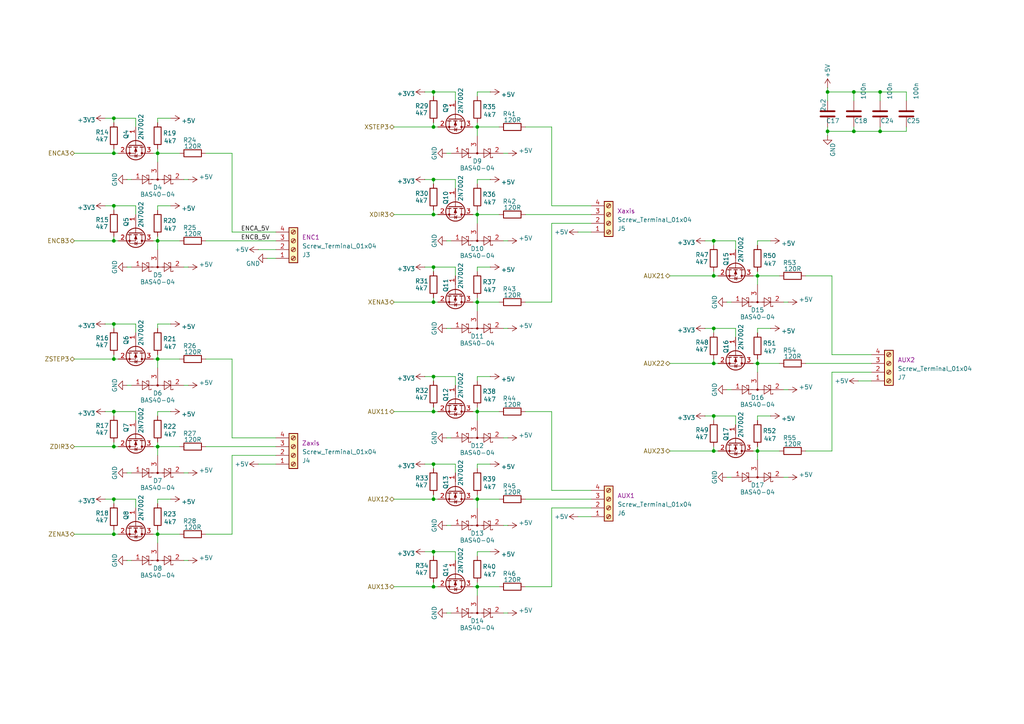
<source format=kicad_sch>
(kicad_sch (version 20231120) (generator "eeschema") (generator_version "8.0")
  (paper "A4")
  (junction (at 207.01 95.25))
  (junction (at 33.02 129.54))
  (junction (at 45.72 44.45))
  (junction (at 125.73 144.78))
  (junction (at 33.02 93.98))
  (junction (at 125.73 62.23))
  (junction (at 45.72 104.14))
  (junction (at 138.43 170.18))
  (junction (at 219.71 130.81))
  (junction (at 125.73 52.07))
  (junction (at 125.73 36.83))
  (junction (at 138.43 62.23))
  (junction (at 45.72 129.54))
  (junction (at 138.43 119.38))
  (junction (at 207.01 120.65))
  (junction (at 247.65 26.67))
  (junction (at 125.73 109.22))
  (junction (at 33.02 104.14))
  (junction (at 219.71 105.41))
  (junction (at 33.02 69.85))
  (junction (at 125.73 119.38))
  (junction (at 219.71 80.01))
  (junction (at 207.01 69.85))
  (junction (at 255.27 38.1))
  (junction (at 138.43 36.83))
  (junction (at 255.27 26.67))
  (junction (at 33.02 154.94))
  (junction (at 240.03 26.67))
  (junction (at 45.72 154.94))
  (junction (at 125.73 87.63))
  (junction (at 125.73 170.18))
  (junction (at 240.03 38.1))
  (junction (at 33.02 144.78))
  (junction (at 125.73 26.67))
  (junction (at 138.43 144.78))
  (junction (at 125.73 134.62))
  (junction (at 33.02 59.69))
  (junction (at 125.73 77.47))
  (junction (at 138.43 87.63))
  (junction (at 207.01 130.81))
  (junction (at 125.73 160.02))
  (junction (at 207.01 80.01))
  (junction (at 33.02 119.38))
  (junction (at 207.01 105.41))
  (junction (at 45.72 69.85))
  (junction (at 33.02 34.29))
  (junction (at 33.02 44.45))
  (junction (at 247.65 38.1))
  (wire (pts (xy 207.01 80.01) (xy 207.01 78.74)))
  (wire (pts (xy 33.02 34.29) (xy 30.48 34.29)))
  (wire (pts (xy 160.02 147.32) (xy 171.45 147.32)))
  (wire (pts (xy 127 36.83) (xy 125.73 36.83)))
  (wire (pts (xy 138.43 161.29) (xy 138.43 160.02)))
  (wire (pts (xy 130.81 69.85) (xy 129.54 69.85)))
  (wire (pts (xy 39.37 59.69) (xy 39.37 62.23)))
  (wire (pts (xy 127 87.63) (xy 125.73 87.63)))
  (wire (pts (xy 39.37 93.98) (xy 39.37 96.52)))
  (wire (pts (xy 138.43 110.49) (xy 138.43 109.22)))
  (wire (pts (xy 45.72 69.85) (xy 45.72 72.39)))
  (wire (pts (xy 49.53 93.98) (xy 45.72 93.98)))
  (wire (pts (xy 138.43 170.18) (xy 144.78 170.18)))
  (wire (pts (xy 21.59 104.14) (xy 33.02 104.14)))
  (wire (pts (xy 207.01 95.25) (xy 207.01 96.52)))
  (wire (pts (xy 33.02 119.38) (xy 30.48 119.38)))
  (wire (pts (xy 194.31 130.81) (xy 207.01 130.81)))
  (wire (pts (xy 130.81 95.25) (xy 129.54 95.25)))
  (wire (pts (xy 125.73 109.22) (xy 125.73 110.49)))
  (wire (pts (xy 39.37 144.78) (xy 33.02 144.78)))
  (wire (pts (xy 138.43 62.23) (xy 138.43 64.77)))
  (wire (pts (xy 247.65 36.83) (xy 247.65 38.1)))
  (wire (pts (xy 213.36 69.85) (xy 207.01 69.85)))
  (wire (pts (xy 45.72 104.14) (xy 44.45 104.14)))
  (wire (pts (xy 247.65 38.1) (xy 255.27 38.1)))
  (wire (pts (xy 132.08 77.47) (xy 132.08 80.01)))
  (wire (pts (xy 45.72 60.96) (xy 45.72 59.69)))
  (wire (pts (xy 138.43 119.38) (xy 138.43 121.92)))
  (wire (pts (xy 160.02 87.63) (xy 152.4 87.63)))
  (wire (pts (xy 39.37 93.98) (xy 33.02 93.98)))
  (wire (pts (xy 77.47 74.93) (xy 80.01 74.93)))
  (wire (pts (xy 114.3 144.78) (xy 125.73 144.78)))
  (wire (pts (xy 138.43 35.56) (xy 138.43 36.83)))
  (wire (pts (xy 125.73 26.67) (xy 125.73 27.94)))
  (wire (pts (xy 138.43 87.63) (xy 137.16 87.63)))
  (wire (pts (xy 240.03 38.1) (xy 247.65 38.1)))
  (wire (pts (xy 160.02 64.77) (xy 171.45 64.77)))
  (wire (pts (xy 132.08 26.67) (xy 132.08 29.21)))
  (wire (pts (xy 125.73 77.47) (xy 125.73 78.74)))
  (wire (pts (xy 223.52 69.85) (xy 219.71 69.85)))
  (wire (pts (xy 255.27 36.83) (xy 255.27 38.1)))
  (wire (pts (xy 125.73 119.38) (xy 125.73 118.11)))
  (wire (pts (xy 241.3 130.81) (xy 233.68 130.81)))
  (wire (pts (xy 45.72 69.85) (xy 52.07 69.85)))
  (wire (pts (xy 127 62.23) (xy 125.73 62.23)))
  (wire (pts (xy 233.68 105.41) (xy 252.73 105.41)))
  (wire (pts (xy 160.02 64.77) (xy 160.02 87.63)))
  (wire (pts (xy 223.52 120.65) (xy 219.71 120.65)))
  (wire (pts (xy 34.29 129.54) (xy 33.02 129.54)))
  (wire (pts (xy 142.24 134.62) (xy 138.43 134.62)))
  (wire (pts (xy 138.43 87.63) (xy 138.43 90.17)))
  (wire (pts (xy 54.61 52.07) (xy 53.34 52.07)))
  (wire (pts (xy 219.71 121.92) (xy 219.71 120.65)))
  (wire (pts (xy 45.72 44.45) (xy 52.07 44.45)))
  (wire (pts (xy 255.27 26.67) (xy 255.27 29.21)))
  (wire (pts (xy 262.89 26.67) (xy 262.89 29.21)))
  (wire (pts (xy 219.71 105.41) (xy 226.06 105.41)))
  (wire (pts (xy 138.43 53.34) (xy 138.43 52.07)))
  (wire (pts (xy 262.89 36.83) (xy 262.89 38.1)))
  (wire (pts (xy 213.36 95.25) (xy 213.36 97.79)))
  (wire (pts (xy 138.43 119.38) (xy 137.16 119.38)))
  (wire (pts (xy 74.93 134.62) (xy 80.01 134.62)))
  (wire (pts (xy 207.01 95.25) (xy 204.47 95.25)))
  (wire (pts (xy 219.71 105.41) (xy 218.44 105.41)))
  (wire (pts (xy 54.61 137.16) (xy 53.34 137.16)))
  (wire (pts (xy 34.29 104.14) (xy 33.02 104.14)))
  (wire (pts (xy 21.59 44.45) (xy 33.02 44.45)))
  (wire (pts (xy 219.71 104.14) (xy 219.71 105.41)))
  (wire (pts (xy 45.72 154.94) (xy 45.72 157.48)))
  (wire (pts (xy 74.93 72.39) (xy 80.01 72.39)))
  (wire (pts (xy 33.02 44.45) (xy 33.02 43.18)))
  (wire (pts (xy 228.6 138.43) (xy 227.33 138.43)))
  (wire (pts (xy 125.73 77.47) (xy 123.19 77.47)))
  (wire (pts (xy 38.1 137.16) (xy 36.83 137.16)))
  (wire (pts (xy 213.36 95.25) (xy 207.01 95.25)))
  (wire (pts (xy 167.64 149.86) (xy 171.45 149.86)))
  (wire (pts (xy 132.08 77.47) (xy 125.73 77.47)))
  (wire (pts (xy 255.27 38.1) (xy 262.89 38.1)))
  (wire (pts (xy 247.65 26.67) (xy 247.65 29.21)))
  (wire (pts (xy 127 170.18) (xy 125.73 170.18)))
  (wire (pts (xy 207.01 105.41) (xy 207.01 104.14)))
  (wire (pts (xy 138.43 86.36) (xy 138.43 87.63)))
  (wire (pts (xy 54.61 162.56) (xy 53.34 162.56)))
  (wire (pts (xy 207.01 120.65) (xy 207.01 121.92)))
  (wire (pts (xy 138.43 119.38) (xy 144.78 119.38)))
  (wire (pts (xy 255.27 26.67) (xy 262.89 26.67)))
  (wire (pts (xy 219.71 80.01) (xy 226.06 80.01)))
  (wire (pts (xy 208.28 130.81) (xy 207.01 130.81)))
  (wire (pts (xy 138.43 60.96) (xy 138.43 62.23)))
  (wire (pts (xy 38.1 162.56) (xy 36.83 162.56)))
  (wire (pts (xy 138.43 170.18) (xy 137.16 170.18)))
  (wire (pts (xy 45.72 129.54) (xy 52.07 129.54)))
  (wire (pts (xy 125.73 36.83) (xy 125.73 35.56)))
  (wire (pts (xy 160.02 59.69) (xy 171.45 59.69)))
  (wire (pts (xy 45.72 153.67) (xy 45.72 154.94)))
  (wire (pts (xy 125.73 170.18) (xy 125.73 168.91)))
  (wire (pts (xy 208.28 105.41) (xy 207.01 105.41)))
  (wire (pts (xy 160.02 170.18) (xy 152.4 170.18)))
  (wire (pts (xy 240.03 36.83) (xy 240.03 38.1)))
  (wire (pts (xy 67.31 104.14) (xy 67.31 127)))
  (wire (pts (xy 138.43 135.89) (xy 138.43 134.62)))
  (wire (pts (xy 219.71 80.01) (xy 218.44 80.01)))
  (wire (pts (xy 138.43 144.78) (xy 137.16 144.78)))
  (wire (pts (xy 45.72 102.87) (xy 45.72 104.14)))
  (wire (pts (xy 132.08 26.67) (xy 125.73 26.67)))
  (wire (pts (xy 49.53 144.78) (xy 45.72 144.78)))
  (wire (pts (xy 219.71 71.12) (xy 219.71 69.85)))
  (wire (pts (xy 219.71 105.41) (xy 219.71 107.95)))
  (wire (pts (xy 59.69 69.85) (xy 80.01 69.85)))
  (wire (pts (xy 241.3 102.87) (xy 252.73 102.87)))
  (wire (pts (xy 138.43 143.51) (xy 138.43 144.78)))
  (wire (pts (xy 45.72 35.56) (xy 45.72 34.29)))
  (wire (pts (xy 45.72 128.27) (xy 45.72 129.54)))
  (wire (pts (xy 241.3 80.01) (xy 241.3 102.87)))
  (wire (pts (xy 213.36 120.65) (xy 207.01 120.65)))
  (wire (pts (xy 21.59 69.85) (xy 33.02 69.85)))
  (wire (pts (xy 125.73 144.78) (xy 125.73 143.51)))
  (wire (pts (xy 147.32 44.45) (xy 146.05 44.45)))
  (wire (pts (xy 54.61 77.47) (xy 53.34 77.47)))
  (wire (pts (xy 152.4 119.38) (xy 160.02 119.38)))
  (wire (pts (xy 240.03 38.1) (xy 240.03 39.37)))
  (wire (pts (xy 39.37 144.78) (xy 39.37 147.32)))
  (wire (pts (xy 33.02 34.29) (xy 33.02 35.56)))
  (wire (pts (xy 138.43 118.11) (xy 138.43 119.38)))
  (wire (pts (xy 125.73 62.23) (xy 125.73 60.96)))
  (wire (pts (xy 132.08 160.02) (xy 125.73 160.02)))
  (wire (pts (xy 138.43 36.83) (xy 138.43 39.37)))
  (wire (pts (xy 233.68 80.01) (xy 241.3 80.01)))
  (wire (pts (xy 160.02 142.24) (xy 171.45 142.24)))
  (wire (pts (xy 147.32 177.8) (xy 146.05 177.8)))
  (wire (pts (xy 33.02 93.98) (xy 33.02 95.25)))
  (wire (pts (xy 212.09 138.43) (xy 210.82 138.43)))
  (wire (pts (xy 45.72 95.25) (xy 45.72 93.98)))
  (wire (pts (xy 33.02 69.85) (xy 33.02 68.58)))
  (wire (pts (xy 241.3 107.95) (xy 252.73 107.95)))
  (wire (pts (xy 207.01 69.85) (xy 207.01 71.12)))
  (wire (pts (xy 240.03 26.67) (xy 247.65 26.67)))
  (wire (pts (xy 132.08 52.07) (xy 125.73 52.07)))
  (wire (pts (xy 132.08 134.62) (xy 132.08 137.16)))
  (wire (pts (xy 45.72 69.85) (xy 44.45 69.85)))
  (wire (pts (xy 138.43 78.74) (xy 138.43 77.47)))
  (wire (pts (xy 38.1 52.07) (xy 36.83 52.07)))
  (wire (pts (xy 125.73 52.07) (xy 123.19 52.07)))
  (wire (pts (xy 228.6 87.63) (xy 227.33 87.63)))
  (wire (pts (xy 45.72 43.18) (xy 45.72 44.45)))
  (wire (pts (xy 160.02 147.32) (xy 160.02 170.18)))
  (wire (pts (xy 219.71 78.74) (xy 219.71 80.01)))
  (wire (pts (xy 147.32 69.85) (xy 146.05 69.85)))
  (wire (pts (xy 39.37 119.38) (xy 33.02 119.38)))
  (wire (pts (xy 39.37 34.29) (xy 39.37 36.83)))
  (wire (pts (xy 38.1 77.47) (xy 36.83 77.47)))
  (wire (pts (xy 45.72 129.54) (xy 44.45 129.54)))
  (wire (pts (xy 138.43 144.78) (xy 138.43 147.32)))
  (wire (pts (xy 152.4 62.23) (xy 171.45 62.23)))
  (wire (pts (xy 33.02 93.98) (xy 30.48 93.98)))
  (wire (pts (xy 45.72 44.45) (xy 44.45 44.45)))
  (wire (pts (xy 167.64 67.31) (xy 171.45 67.31)))
  (wire (pts (xy 147.32 152.4) (xy 146.05 152.4)))
  (wire (pts (xy 45.72 129.54) (xy 45.72 132.08)))
  (wire (pts (xy 194.31 80.01) (xy 207.01 80.01)))
  (wire (pts (xy 138.43 27.94) (xy 138.43 26.67)))
  (wire (pts (xy 54.61 111.76) (xy 53.34 111.76)))
  (wire (pts (xy 138.43 62.23) (xy 144.78 62.23)))
  (wire (pts (xy 130.81 177.8) (xy 129.54 177.8)))
  (wire (pts (xy 125.73 109.22) (xy 123.19 109.22)))
  (wire (pts (xy 207.01 130.81) (xy 207.01 129.54)))
  (wire (pts (xy 114.3 170.18) (xy 125.73 170.18)))
  (wire (pts (xy 147.32 127) (xy 146.05 127)))
  (wire (pts (xy 114.3 36.83) (xy 125.73 36.83)))
  (wire (pts (xy 45.72 154.94) (xy 52.07 154.94)))
  (wire (pts (xy 127 119.38) (xy 125.73 119.38)))
  (wire (pts (xy 142.24 52.07) (xy 138.43 52.07)))
  (wire (pts (xy 219.71 80.01) (xy 219.71 82.55)))
  (wire (pts (xy 125.73 52.07) (xy 125.73 53.34)))
  (wire (pts (xy 240.03 25.4) (xy 240.03 26.67)))
  (wire (pts (xy 160.02 119.38) (xy 160.02 142.24)))
  (wire (pts (xy 152.4 36.83) (xy 160.02 36.83)))
  (wire (pts (xy 59.69 129.54) (xy 80.01 129.54)))
  (wire (pts (xy 132.08 134.62) (xy 125.73 134.62)))
  (wire (pts (xy 125.73 26.67) (xy 123.19 26.67)))
  (wire (pts (xy 207.01 120.65) (xy 204.47 120.65)))
  (wire (pts (xy 49.53 59.69) (xy 45.72 59.69)))
  (wire (pts (xy 33.02 154.94) (xy 33.02 153.67)))
  (wire (pts (xy 67.31 132.08) (xy 67.31 154.94)))
  (wire (pts (xy 38.1 111.76) (xy 36.83 111.76)))
  (wire (pts (xy 21.59 154.94) (xy 33.02 154.94)))
  (wire (pts (xy 247.65 26.67) (xy 255.27 26.67)))
  (wire (pts (xy 138.43 36.83) (xy 137.16 36.83)))
  (wire (pts (xy 34.29 154.94) (xy 33.02 154.94)))
  (wire (pts (xy 114.3 62.23) (xy 125.73 62.23)))
  (wire (pts (xy 248.92 110.49) (xy 252.73 110.49)))
  (wire (pts (xy 39.37 34.29) (xy 33.02 34.29)))
  (wire (pts (xy 228.6 113.03) (xy 227.33 113.03)))
  (wire (pts (xy 160.02 36.83) (xy 160.02 59.69)))
  (wire (pts (xy 213.36 120.65) (xy 213.36 123.19)))
  (wire (pts (xy 130.81 152.4) (xy 129.54 152.4)))
  (wire (pts (xy 59.69 44.45) (xy 67.31 44.45)))
  (wire (pts (xy 34.29 69.85) (xy 33.02 69.85)))
  (wire (pts (xy 33.02 119.38) (xy 33.02 120.65)))
  (wire (pts (xy 132.08 52.07) (xy 132.08 54.61)))
  (wire (pts (xy 80.01 132.08) (xy 67.31 132.08)))
  (wire (pts (xy 212.09 113.03) (xy 210.82 113.03)))
  (wire (pts (xy 130.81 127) (xy 129.54 127)))
  (wire (pts (xy 147.32 95.25) (xy 146.05 95.25)))
  (wire (pts (xy 240.03 26.67) (xy 240.03 29.21)))
  (wire (pts (xy 45.72 104.14) (xy 52.07 104.14)))
  (wire (pts (xy 49.53 34.29) (xy 45.72 34.29)))
  (wire (pts (xy 67.31 67.31) (xy 80.01 67.31)))
  (wire (pts (xy 33.02 129.54) (xy 33.02 128.27)))
  (wire (pts (xy 142.24 109.22) (xy 138.43 109.22)))
  (wire (pts (xy 45.72 104.14) (xy 45.72 106.68)))
  (wire (pts (xy 125.73 134.62) (xy 125.73 135.89)))
  (wire (pts (xy 142.24 160.02) (xy 138.43 160.02)))
  (wire (pts (xy 45.72 68.58) (xy 45.72 69.85)))
  (wire (pts (xy 241.3 107.95) (xy 241.3 130.81)))
  (wire (pts (xy 39.37 59.69) (xy 33.02 59.69)))
  (wire (pts (xy 33.02 144.78) (xy 30.48 144.78)))
  (wire (pts (xy 114.3 87.63) (xy 125.73 87.63)))
  (wire (pts (xy 138.43 144.78) (xy 144.78 144.78)))
  (wire (pts (xy 67.31 44.45) (xy 67.31 67.31)))
  (wire (pts (xy 138.43 170.18) (xy 138.43 172.72)))
  (wire (pts (xy 219.71 129.54) (xy 219.71 130.81)))
  (wire (pts (xy 45.72 120.65) (xy 45.72 119.38)))
  (wire (pts (xy 132.08 109.22) (xy 125.73 109.22)))
  (wire (pts (xy 223.52 95.25) (xy 219.71 95.25)))
  (wire (pts (xy 138.43 87.63) (xy 144.78 87.63)))
  (wire (pts (xy 219.71 130.81) (xy 226.06 130.81)))
  (wire (pts (xy 207.01 69.85) (xy 204.47 69.85)))
  (wire (pts (xy 49.53 119.38) (xy 45.72 119.38)))
  (wire (pts (xy 132.08 109.22) (xy 132.08 111.76)))
  (wire (pts (xy 212.09 87.63) (xy 210.82 87.63)))
  (wire (pts (xy 142.24 26.67) (xy 138.43 26.67)))
  (wire (pts (xy 127 144.78) (xy 125.73 144.78)))
  (wire (pts (xy 59.69 104.14) (xy 67.31 104.14)))
  (wire (pts (xy 132.08 160.02) (xy 132.08 162.56)))
  (wire (pts (xy 130.81 44.45) (xy 129.54 44.45)))
  (wire (pts (xy 125.73 160.02) (xy 123.19 160.02)))
  (wire (pts (xy 194.31 105.41) (xy 207.01 105.41)))
  (wire (pts (xy 219.71 130.81) (xy 219.71 133.35)))
  (wire (pts (xy 45.72 44.45) (xy 45.72 46.99)))
  (wire (pts (xy 219.71 96.52) (xy 219.71 95.25)))
  (wire (pts (xy 125.73 160.02) (xy 125.73 161.29)))
  (wire (pts (xy 125.73 134.62) (xy 123.19 134.62)))
  (wire (pts (xy 45.72 154.94) (xy 44.45 154.94)))
  (wire (pts (xy 34.29 44.45) (xy 33.02 44.45)))
  (wire (pts (xy 33.02 59.69) (xy 30.48 59.69)))
  (wire (pts (xy 138.43 62.23) (xy 137.16 62.23)))
  (wire (pts (xy 114.3 119.38) (xy 125.73 119.38)))
  (wire (pts (xy 152.4 144.78) (xy 171.45 144.78)))
  (wire (pts (xy 138.43 36.83) (xy 144.78 36.83)))
  (wire (pts (xy 219.71 130.81) (xy 218.44 130.81)))
  (wire (pts (xy 33.02 59.69) (xy 33.02 60.96)))
  (wire (pts (xy 33.02 144.78) (xy 33.02 146.05)))
  (wire (pts (xy 21.59 129.54) (xy 33.02 129.54)))
  (wire (pts (xy 138.43 168.91) (xy 138.43 170.18)))
  (wire (pts (xy 213.36 69.85) (xy 213.36 72.39)))
  (wire (pts (xy 142.24 77.47) (xy 138.43 77.47)))
  (wire (pts (xy 125.73 87.63) (xy 125.73 86.36)))
  (wire (pts (xy 208.28 80.01) (xy 207.01 80.01)))
  (wire (pts (xy 67.31 154.94) (xy 59.69 154.94)))
  (wire (pts (xy 39.37 119.38) (xy 39.37 121.92)))
  (wire (pts (xy 33.02 104.14) (xy 33.02 102.87)))
  (wire (pts (xy 67.31 127) (xy 80.01 127)))
  (wire (pts (xy 45.72 146.05) (xy 45.72 144.78)))
  (label "ENCA_5V" (at 69.85 67.31 0))
  (label "ENCB_5V" (at 69.85 69.85 0))
  (hierarchical_label "AUX23" (shape bidirectional) (at 194.31 130.81 180))
  (hierarchical_label "ZSTEP3" (shape bidirectional) (at 21.59 104.14 180))
  (hierarchical_label "ENCB3" (shape bidirectional) (at 21.59 69.85 180))
  (hierarchical_label "ENCA3" (shape bidirectional) (at 21.59 44.45 180))
  (hierarchical_label "AUX11" (shape bidirectional) (at 114.3 119.38 180))
  (hierarchical_label "XENA3" (shape bidirectional) (at 114.3 87.63 180))
  (hierarchical_label "ZDIR3" (shape bidirectional) (at 21.59 129.54 180))
  (hierarchical_label "ZENA3" (shape bidirectional) (at 21.59 154.94 180))
  (hierarchical_label "AUX21" (shape bidirectional) (at 194.31 80.01 180))
  (hierarchical_label "AUX22" (shape bidirectional) (at 194.31 105.41 180))
  (hierarchical_label "XDIR3" (shape bidirectional) (at 114.3 62.23 180))
  (hierarchical_label "XSTEP3" (shape bidirectional) (at 114.3 36.83 180))
  (hierarchical_label "AUX12" (shape bidirectional) (at 114.3 144.78 180))
  (hierarchical_label "AUX13" (shape bidirectional) (at 114.3 170.18 180))
  (symbol (lib_id "Device:R") (at 125.73 57.15 0) (mirror x) (unit 1)
    (property "Reference" "R30" (at 120.396 56.134 0) (effects (justify left)))
    (property "Value" "4k7" (at 120.396 58.166 0) (effects (justify left)))
    (property "Footprint" "Resistor_SMD:R_0603_1608Metric" (effects (hide yes)))
    (property "Description" "Resistor" (effects (hide yes)))
  )
  (symbol (lib_id "Device:R") (at 138.43 165.1 0) (mirror x) (unit 1)
    (property "Reference" "R40" (at 139.954 164.338 0) (effects (justify left)))
    (property "Value" "4k7" (at 140.208 166.624 0) (effects (justify left)))
    (property "Footprint" "Resistor_SMD:R_0603_1608Metric" (effects (hide yes)))
    (property "Description" "Resistor" (effects (hide yes)))
  )
  (symbol (lib_id "Transistor_FET:2N7002") (at 213.36 102.87 270) (unit 1)
    (property "Reference" "Q16" (at 210.566 98.552 0) (effects (justify left)))
    (property "Value" "2N7002" (at 214.884 93.98 0) (effects (justify left)))
    (property "Footprint" "Package_TO_SOT_SMD:SOT-23" (effects (hide yes)))
    (property "Datasheet" "https://www.onsemi.com/pub/Collateral/NDS7002A-D.PDF" (effects (hide yes)))
    (property "Description" "0.115A Id, 60V Vds, N-Channel MOSFET, SOT-23" (effects (hide yes)))
  )
  (symbol (lib_id "power:GND") (at 77.47 74.93 270) (unit 1)
    (property "Reference" "#PWR062" (effects (hide yes)))
    (property "Value" "GND" (at 75.438 76.454 90) (effects (justify right)))
    (property "Description" "Power symbol creates a global label with name \"GND\" , ground" (effects (hide yes)))
  )
  (symbol (lib_id "Transistor_FET:2N7002") (at 132.08 116.84 270) (unit 1)
    (property "Reference" "Q12" (at 129.286 112.522 0) (effects (justify left)))
    (property "Value" "2N7002" (at 133.604 107.95 0) (effects (justify left)))
    (property "Footprint" "Package_TO_SOT_SMD:SOT-23" (effects (hide yes)))
    (property "Datasheet" "https://www.onsemi.com/pub/Collateral/NDS7002A-D.PDF" (effects (hide yes)))
    (property "Description" "0.115A Id, 60V Vds, N-Channel MOSFET, SOT-23" (effects (hide yes)))
  )
  (symbol (lib_id "Device:R") (at 148.59 62.23 270) (mirror x) (unit 1)
    (property "Reference" "R42" (at 145.796 58.42 90) (effects (justify left)))
    (property "Value" "120R" (at 146.05 60.198 90) (effects (justify left)))
    (property "Footprint" "Resistor_SMD:R_0603_1608Metric" (effects (hide yes)))
    (property "Description" "Resistor" (effects (hide yes)))
  )
  (symbol (lib_id "power:+3V3") (at 204.47 120.65 90) (mirror x) (unit 1)
    (property "Reference" "#PWR091" (effects (hide yes)))
    (property "Value" "+3V3" (at 201.676 121.158 90) (effects (justify left)))
    (property "Description" "Power symbol creates a global label with name \"+3V3\"" (effects (hide yes)))
  )
  (symbol (lib_id "Device:R") (at 33.02 124.46 0) (mirror x) (unit 1)
    (property "Reference" "R17" (at 27.686 123.444 0) (effects (justify left)))
    (property "Value" "4k7" (at 27.686 125.476 0) (effects (justify left)))
    (property "Footprint" "Resistor_SMD:R_0603_1608Metric" (effects (hide yes)))
    (property "Description" "Resistor" (effects (hide yes)))
  )
  (symbol (lib_id "power:+5V") (at 54.61 137.16 270) (unit 1)
    (property "Reference" "#PWR058" (effects (hide yes)))
    (property "Value" "+5V" (at 57.658 136.398 90) (effects (justify left)))
    (property "Description" "Power symbol creates a global label with name \"+5V\"" (effects (hide yes)))
  )
  (symbol (lib_id "Device:R") (at 125.73 139.7 0) (mirror x) (unit 1)
    (property "Reference" "R33" (at 120.396 138.684 0) (effects (justify left)))
    (property "Value" "4k7" (at 120.396 140.716 0) (effects (justify left)))
    (property "Footprint" "Resistor_SMD:R_0603_1608Metric" (effects (hide yes)))
    (property "Description" "Resistor" (effects (hide yes)))
  )
  (symbol (lib_id "power:+5V") (at 54.61 162.56 270) (unit 1)
    (property "Reference" "#PWR059" (effects (hide yes)))
    (property "Value" "+5V" (at 57.658 161.798 90) (effects (justify left)))
    (property "Description" "Power symbol creates a global label with name \"+5V\"" (effects (hide yes)))
  )
  (symbol (lib_id "power:+3V3") (at 30.48 34.29 90) (mirror x) (unit 1)
    (property "Reference" "#PWR040" (effects (hide yes)))
    (property "Value" "+3V3" (at 27.686 34.798 90) (effects (justify left)))
    (property "Description" "Power symbol creates a global label with name \"+3V3\"" (effects (hide yes)))
  )
  (symbol (lib_id "power:+3V3") (at 123.19 109.22 90) (mirror x) (unit 1)
    (property "Reference" "#PWR066" (effects (hide yes)))
    (property "Value" "+3V3" (at 120.396 109.728 90) (effects (justify left)))
    (property "Description" "Power symbol creates a global label with name \"+3V3\"" (effects (hide yes)))
  )
  (symbol (lib_id "Device:R") (at 219.71 74.93 0) (mirror x) (unit 1)
    (property "Reference" "R50" (at 221.234 74.168 0) (effects (justify left)))
    (property "Value" "4k7" (at 221.488 76.454 0) (effects (justify left)))
    (property "Footprint" "Resistor_SMD:R_0603_1608Metric" (effects (hide yes)))
    (property "Description" "Resistor" (effects (hide yes)))
  )
  (symbol (lib_id "Transistor_FET:2N7002") (at 39.37 152.4 270) (unit 1)
    (property "Reference" "Q8" (at 36.576 148.082 0) (effects (justify left)))
    (property "Value" "2N7002" (at 40.894 143.51 0) (effects (justify left)))
    (property "Footprint" "Package_TO_SOT_SMD:SOT-23" (effects (hide yes)))
    (property "Datasheet" "https://www.onsemi.com/pub/Collateral/NDS7002A-D.PDF" (effects (hide yes)))
    (property "Description" "0.115A Id, 60V Vds, N-Channel MOSFET, SOT-23" (effects (hide yes)))
  )
  (symbol (lib_id "Diode:BAS40-04") (at 219.71 135.89 0) (mirror x) (unit 1)
    (property "Reference" "D17" (at 219.71 140.716 0))
    (property "Value" "BAS40-04" (at 219.71 142.748 0))
    (property "Footprint" "Package_TO_SOT_SMD:SOT-23" (effects (hide yes)))
    (property "Datasheet" "http://www.vishay.com/docs/85701/bas40v.pdf" (effects (hide yes)))
    (property "Description" "40V 0.2A Dual Small Signal Schottky Diodes" (effects (hide yes)))
  )
  (symbol (lib_id "Device:R") (at 148.59 36.83 270) (mirror x) (unit 1)
    (property "Reference" "R41" (at 145.796 33.02 90) (effects (justify left)))
    (property "Value" "120R" (at 146.05 34.798 90) (effects (justify left)))
    (property "Footprint" "Resistor_SMD:R_0603_1608Metric" (effects (hide yes)))
    (property "Description" "Resistor" (effects (hide yes)))
  )
  (symbol (lib_id "power:+5V") (at 142.24 160.02 270) (mirror x) (unit 1)
    (property "Reference" "#PWR080" (effects (hide yes)))
    (property "Value" "+5V" (at 145.288 160.782 90) (effects (justify left)))
    (property "Description" "Power symbol creates a global label with name \"+5V\"" (effects (hide yes)))
  )
  (symbol (lib_id "power:GND") (at 36.83 162.56 270) (mirror x) (unit 1)
    (property "Reference" "#PWR049" (effects (hide yes)))
    (property "Value" "GND" (at 33.274 162.56 0))
    (property "Description" "Power symbol creates a global label with name \"GND\" , ground" (effects (hide yes)))
  )
  (symbol (lib_id "Transistor_FET:2N7002") (at 132.08 59.69 270) (unit 1)
    (property "Reference" "Q10" (at 129.286 55.372 0) (effects (justify left)))
    (property "Value" "2N7002" (at 133.604 50.8 0) (effects (justify left)))
    (property "Footprint" "Package_TO_SOT_SMD:SOT-23" (effects (hide yes)))
    (property "Datasheet" "https://www.onsemi.com/pub/Collateral/NDS7002A-D.PDF" (effects (hide yes)))
    (property "Description" "0.115A Id, 60V Vds, N-Channel MOSFET, SOT-23" (effects (hide yes)))
  )
  (symbol (lib_id "power:+3V3") (at 123.19 77.47 90) (mirror x) (unit 1)
    (property "Reference" "#PWR065" (effects (hide yes)))
    (property "Value" "+3V3" (at 120.396 77.978 90) (effects (justify left)))
    (property "Description" "Power symbol creates a global label with name \"+3V3\"" (effects (hide yes)))
  )
  (symbol (lib_id "Device:R") (at 45.72 99.06 0) (mirror x) (unit 1)
    (property "Reference" "R21" (at 47.244 98.298 0) (effects (justify left)))
    (property "Value" "4k7" (at 47.498 100.584 0) (effects (justify left)))
    (property "Footprint" "Resistor_SMD:R_0603_1608Metric" (effects (hide yes)))
    (property "Description" "Resistor" (effects (hide yes)))
  )
  (symbol (lib_id "power:GND") (at 129.54 177.8 270) (mirror x) (unit 1)
    (property "Reference" "#PWR074" (effects (hide yes)))
    (property "Value" "GND" (at 125.984 177.8 0))
    (property "Description" "Power symbol creates a global label with name \"GND\" , ground" (effects (hide yes)))
  )
  (symbol (lib_id "power:GND") (at 129.54 44.45 270) (mirror x) (unit 1)
    (property "Reference" "#PWR069" (effects (hide yes)))
    (property "Value" "GND" (at 125.984 44.45 0))
    (property "Description" "Power symbol creates a global label with name \"GND\" , ground" (effects (hide yes)))
  )
  (symbol (lib_id "power:GND") (at 210.82 138.43 270) (mirror x) (unit 1)
    (property "Reference" "#PWR094" (effects (hide yes)))
    (property "Value" "GND" (at 207.264 138.43 0))
    (property "Description" "Power symbol creates a global label with name \"GND\" , ground" (effects (hide yes)))
  )
  (symbol (lib_id "power:GND") (at 210.82 113.03 270) (mirror x) (unit 1)
    (property "Reference" "#PWR093" (effects (hide yes)))
    (property "Value" "GND" (at 207.264 113.03 0))
    (property "Description" "Power symbol creates a global label with name \"GND\" , ground" (effects (hide yes)))
  )
  (symbol (lib_id "power:+3V3") (at 123.19 26.67 90) (mirror x) (unit 1)
    (property "Reference" "#PWR063" (effects (hide yes)))
    (property "Value" "+3V3" (at 120.396 27.178 90) (effects (justify left)))
    (property "Description" "Power symbol creates a global label with name \"+3V3\"" (effects (hide yes)))
  )
  (symbol (lib_id "power:GND") (at 36.83 111.76 270) (mirror x) (unit 1)
    (property "Reference" "#PWR047" (effects (hide yes)))
    (property "Value" "GND" (at 33.274 111.76 0))
    (property "Description" "Power symbol creates a global label with name \"GND\" , ground" (effects (hide yes)))
  )
  (symbol (lib_id "power:+5V") (at 49.53 119.38 270) (mirror x) (unit 1)
    (property "Reference" "#PWR053" (effects (hide yes)))
    (property "Value" "+5V" (at 52.578 120.142 90) (effects (justify left)))
    (property "Description" "Power symbol creates a global label with name \"+5V\"" (effects (hide yes)))
  )
  (symbol (lib_id "Device:R") (at 148.59 87.63 270) (mirror x) (unit 1)
    (property "Reference" "R43" (at 145.796 83.82 90) (effects (justify left)))
    (property "Value" "120R" (at 146.05 85.598 90) (effects (justify left)))
    (property "Footprint" "Resistor_SMD:R_0603_1608Metric" (effects (hide yes)))
    (property "Description" "Resistor" (effects (hide yes)))
  )
  (symbol (lib_id "power:+5V") (at 147.32 69.85 270) (unit 1)
    (property "Reference" "#PWR082" (effects (hide yes)))
    (property "Value" "+5V" (at 150.368 69.088 90) (effects (justify left)))
    (property "Description" "Power symbol creates a global label with name \"+5V\"" (effects (hide yes)))
  )
  (symbol (lib_id "power:GND") (at 240.03 39.37 0) (unit 1)
    (property "Reference" "#PWR0102" (effects (hide yes)))
    (property "Value" "GND" (at 241.554 41.402 90) (effects (justify right)))
    (property "Description" "Power symbol creates a global label with name \"GND\" , ground" (effects (hide yes)))
  )
  (symbol (lib_id "power:+5V") (at 49.53 59.69 270) (mirror x) (unit 1)
    (property "Reference" "#PWR051" (effects (hide yes)))
    (property "Value" "+5V" (at 52.578 60.452 90) (effects (justify left)))
    (property "Description" "Power symbol creates a global label with name \"+5V\"" (effects (hide yes)))
  )
  (symbol (lib_id "power:+5V") (at 240.03 25.4 0) (mirror y) (unit 1)
    (property "Reference" "#PWR0101" (effects (hide yes)))
    (property "Value" "+5V" (at 240.03 22.606 90) (effects (justify left)))
    (property "Description" "Power symbol creates a global label with name \"+5V\"" (effects (hide yes)))
  )
  (symbol (lib_id "Device:R") (at 229.87 105.41 270) (mirror x) (unit 1)
    (property "Reference" "R54" (at 227.076 101.6 90) (effects (justify left)))
    (property "Value" "120R" (at 227.33 103.378 90) (effects (justify left)))
    (property "Footprint" "Resistor_SMD:R_0603_1608Metric" (effects (hide yes)))
    (property "Description" "Resistor" (effects (hide yes)))
  )
  (symbol (lib_id "Connector:Screw_Terminal_01x04") (at 85.09 132.08 0) (mirror x) (unit 1)
    (property "Reference" "J4" (at 87.63 133.604 0) (effects (justify left)))
    (property "Value" "Screw_Terminal_01x04" (at 87.63 131.064 0) (effects (justify left)))
    (property "Footprint" "Connector_Phoenix_MC:PhoenixContact_MCV_1,5_4-G-3.5_1x04_P3.50mm_Vertical" (effects (hide yes)))
    (property "Description" "Generic screw terminal, single row, 01x04, script generated (kicad-library-utils/schlib/autogen/connector/)" (effects (hide yes)))
    (property "Function" "Zaxis" (at 90.17 128.524 0))
  )
  (symbol (lib_id "power:GND") (at 36.83 137.16 270) (mirror x) (unit 1)
    (property "Reference" "#PWR048" (effects (hide yes)))
    (property "Value" "GND" (at 33.274 137.16 0))
    (property "Description" "Power symbol creates a global label with name \"GND\" , ground" (effects (hide yes)))
  )
  (symbol (lib_id "Device:R") (at 125.73 165.1 0) (mirror x) (unit 1)
    (property "Reference" "R34" (at 120.396 164.084 0) (effects (justify left)))
    (property "Value" "4k7" (at 120.396 166.116 0) (effects (justify left)))
    (property "Footprint" "Resistor_SMD:R_0603_1608Metric" (effects (hide yes)))
    (property "Description" "Resistor" (effects (hide yes)))
  )
  (symbol (lib_id "Device:C") (at 240.03 33.02 180) (unit 1)
    (property "Reference" "C17" (at 241.554 35.052 0))
    (property "Value" "2u2" (at 238.76 30.48 90))
    (property "Footprint" "Capacitor_SMD:C_1206_3216Metric" (effects (hide yes)))
    (property "Description" "Unpolarized capacitor" (effects (hide yes)))
  )
  (symbol (lib_id "power:+5V") (at 223.52 120.65 270) (mirror x) (unit 1)
    (property "Reference" "#PWR097" (effects (hide yes)))
    (property "Value" "+5V" (at 226.568 121.412 90) (effects (justify left)))
    (property "Description" "Power symbol creates a global label with name \"+5V\"" (effects (hide yes)))
  )
  (symbol (lib_id "Diode:BAS40-04") (at 138.43 92.71 0) (mirror x) (unit 1)
    (property "Reference" "D11" (at 138.43 97.536 0))
    (property "Value" "BAS40-04" (at 138.43 99.568 0))
    (property "Footprint" "Package_TO_SOT_SMD:SOT-23" (effects (hide yes)))
    (property "Datasheet" "http://www.vishay.com/docs/85701/bas40v.pdf" (effects (hide yes)))
    (property "Description" "40V 0.2A Dual Small Signal Schottky Diodes" (effects (hide yes)))
  )
  (symbol (lib_id "power:+5V") (at 147.32 127 270) (unit 1)
    (property "Reference" "#PWR084" (effects (hide yes)))
    (property "Value" "+5V" (at 150.368 126.238 90) (effects (justify left)))
    (property "Description" "Power symbol creates a global label with name \"+5V\"" (effects (hide yes)))
  )
  (symbol (lib_id "power:+5V") (at 49.53 93.98 270) (mirror x) (unit 1)
    (property "Reference" "#PWR052" (effects (hide yes)))
    (property "Value" "+5V" (at 52.578 94.742 90) (effects (justify left)))
    (property "Description" "Power symbol creates a global label with name \"+5V\"" (effects (hide yes)))
  )
  (symbol (lib_id "power:+3V3") (at 123.19 134.62 90) (mirror x) (unit 1)
    (property "Reference" "#PWR067" (effects (hide yes)))
    (property "Value" "+3V3" (at 120.396 135.128 90) (effects (justify left)))
    (property "Description" "Power symbol creates a global label with name \"+3V3\"" (effects (hide yes)))
  )
  (symbol (lib_id "Transistor_FET:2N7002") (at 39.37 41.91 270) (unit 1)
    (property "Reference" "Q4" (at 36.576 37.592 0) (effects (justify left)))
    (property "Value" "2N7002" (at 40.894 33.02 0) (effects (justify left)))
    (property "Footprint" "Package_TO_SOT_SMD:SOT-23" (effects (hide yes)))
    (property "Datasheet" "https://www.onsemi.com/pub/Collateral/NDS7002A-D.PDF" (effects (hide yes)))
    (property "Description" "0.115A Id, 60V Vds, N-Channel MOSFET, SOT-23" (effects (hide yes)))
  )
  (symbol (lib_id "Device:R") (at 148.59 144.78 270) (mirror x) (unit 1)
    (property "Reference" "R45" (at 145.796 140.97 90) (effects (justify left)))
    (property "Value" "120R" (at 146.05 142.748 90) (effects (justify left)))
    (property "Footprint" "Resistor_SMD:R_0603_1608Metric" (effects (hide yes)))
    (property "Description" "Resistor" (effects (hide yes)))
  )
  (symbol (lib_id "power:+5V") (at 228.6 113.03 270) (unit 1)
    (property "Reference" "#PWR099" (effects (hide yes)))
    (property "Value" "+5V" (at 231.648 112.268 90) (effects (justify left)))
    (property "Description" "Power symbol creates a global label with name \"+5V\"" (effects (hide yes)))
  )
  (symbol (lib_id "Device:R") (at 55.88 154.94 270) (mirror x) (unit 1)
    (property "Reference" "R28" (at 53.086 151.13 90) (effects (justify left)))
    (property "Value" "120R" (at 53.34 152.908 90) (effects (justify left)))
    (property "Footprint" "Resistor_SMD:R_0603_1608Metric" (effects (hide yes)))
    (property "Description" "Resistor" (effects (hide yes)))
  )
  (symbol (lib_id "Transistor_FET:2N7002") (at 132.08 167.64 270) (unit 1)
    (property "Reference" "Q14" (at 129.286 163.322 0) (effects (justify left)))
    (property "Value" "2N7002" (at 133.604 158.75 0) (effects (justify left)))
    (property "Footprint" "Package_TO_SOT_SMD:SOT-23" (effects (hide yes)))
    (property "Datasheet" "https://www.onsemi.com/pub/Collateral/NDS7002A-D.PDF" (effects (hide yes)))
    (property "Description" "0.115A Id, 60V Vds, N-Channel MOSFET, SOT-23" (effects (hide yes)))
  )
  (symbol (lib_id "Device:R") (at 55.88 44.45 270) (mirror x) (unit 1)
    (property "Reference" "R24" (at 53.086 40.64 90) (effects (justify left)))
    (property "Value" "120R" (at 53.34 42.418 90) (effects (justify left)))
    (property "Footprint" "Resistor_SMD:R_0603_1608Metric" (effects (hide yes)))
    (property "Description" "Resistor" (effects (hide yes)))
  )
  (symbol (lib_id "power:+5V") (at 54.61 111.76 270) (unit 1)
    (property "Reference" "#PWR057" (effects (hide yes)))
    (property "Value" "+5V" (at 57.658 110.998 90) (effects (justify left)))
    (property "Description" "Power symbol creates a global label with name \"+5V\"" (effects (hide yes)))
  )
  (symbol (lib_id "power:+5V") (at 228.6 87.63 270) (unit 1)
    (property "Reference" "#PWR098" (effects (hide yes)))
    (property "Value" "+5V" (at 231.648 86.868 90) (effects (justify left)))
    (property "Description" "Power symbol creates a global label with name \"+5V\"" (effects (hide yes)))
  )
  (symbol (lib_id "power:+5V") (at 142.24 134.62 270) (mirror x) (unit 1)
    (property "Reference" "#PWR079" (effects (hide yes)))
    (property "Value" "+5V" (at 145.288 135.382 90) (effects (justify left)))
    (property "Description" "Power symbol creates a global label with name \"+5V\"" (effects (hide yes)))
  )
  (symbol (lib_id "power:+5V") (at 142.24 109.22 270) (mirror x) (unit 1)
    (property "Reference" "#PWR078" (effects (hide yes)))
    (property "Value" "+5V" (at 145.288 109.982 90) (effects (justify left)))
    (property "Description" "Power symbol creates a global label with name \"+5V\"" (effects (hide yes)))
  )
  (symbol (lib_id "Device:C") (at 255.27 33.02 180) (unit 1)
    (property "Reference" "C24" (at 257.302 35.052 0))
    (property "Value" "100n" (at 258.064 26.416 90))
    (property "Footprint" "Capacitor_SMD:C_0603_1608Metric" (effects (hide yes)))
    (property "Description" "Unpolarized capacitor" (effects (hide yes)))
  )
  (symbol (lib_id "Device:R") (at 125.73 31.75 0) (mirror x) (unit 1)
    (property "Reference" "R29" (at 120.396 30.734 0) (effects (justify left)))
    (property "Value" "4k7" (at 120.396 32.766 0) (effects (justify left)))
    (property "Footprint" "Resistor_SMD:R_0603_1608Metric" (effects (hide yes)))
    (property "Description" "Resistor" (effects (hide yes)))
  )
  (symbol (lib_id "power:+5V") (at 142.24 52.07 270) (mirror x) (unit 1)
    (property "Reference" "#PWR076" (effects (hide yes)))
    (property "Value" "+5V" (at 145.288 52.832 90) (effects (justify left)))
    (property "Description" "Power symbol creates a global label with name \"+5V\"" (effects (hide yes)))
  )
  (symbol (lib_id "power:+5V") (at 223.52 95.25 270) (mirror x) (unit 1)
    (property "Reference" "#PWR096" (effects (hide yes)))
    (property "Value" "+5V" (at 226.568 96.012 90) (effects (justify left)))
    (property "Description" "Power symbol creates a global label with name \"+5V\"" (effects (hide yes)))
  )
  (symbol (lib_id "Diode:BAS40-04") (at 138.43 67.31 0) (mirror x) (unit 1)
    (property "Reference" "D10" (at 138.43 72.136 0))
    (property "Value" "BAS40-04" (at 138.43 74.168 0))
    (property "Footprint" "Package_TO_SOT_SMD:SOT-23" (effects (hide yes)))
    (property "Datasheet" "http://www.vishay.com/docs/85701/bas40v.pdf" (effects (hide yes)))
    (property "Description" "40V 0.2A Dual Small Signal Schottky Diodes" (effects (hide yes)))
  )
  (symbol (lib_id "Diode:BAS40-04") (at 45.72 109.22 0) (mirror x) (unit 1)
    (property "Reference" "D6" (at 45.72 114.046 0))
    (property "Value" "BAS40-04" (at 45.72 116.078 0))
    (property "Footprint" "Package_TO_SOT_SMD:SOT-23" (effects (hide yes)))
    (property "Datasheet" "http://www.vishay.com/docs/85701/bas40v.pdf" (effects (hide yes)))
    (property "Description" "40V 0.2A Dual Small Signal Schottky Diodes" (effects (hide yes)))
  )
  (symbol (lib_id "power:GND") (at 129.54 152.4 270) (mirror x) (unit 1)
    (property "Reference" "#PWR073" (effects (hide yes)))
    (property "Value" "GND" (at 125.984 152.4 0))
    (property "Description" "Power symbol creates a global label with name \"GND\" , ground" (effects (hide yes)))
  )
  (symbol (lib_id "power:+5V") (at 74.93 72.39 90) (mirror x) (unit 1)
    (property "Reference" "#PWR060" (effects (hide yes)))
    (property "Value" "+5V" (at 72.136 72.39 90) (effects (justify left)))
    (property "Description" "Power symbol creates a global label with name \"+5V\"" (effects (hide yes)))
  )
  (symbol (lib_id "Device:R") (at 55.88 104.14 270) (mirror x) (unit 1)
    (property "Reference" "R26" (at 53.086 100.33 90) (effects (justify left)))
    (property "Value" "120R" (at 53.34 102.108 90) (effects (justify left)))
    (property "Footprint" "Resistor_SMD:R_0603_1608Metric" (effects (hide yes)))
    (property "Description" "Resistor" (effects (hide yes)))
  )
  (symbol (lib_id "Transistor_FET:2N7002") (at 39.37 127 270) (unit 1)
    (property "Reference" "Q7" (at 36.576 122.682 0) (effects (justify left)))
    (property "Value" "2N7002" (at 40.894 118.11 0) (effects (justify left)))
    (property "Footprint" "Package_TO_SOT_SMD:SOT-23" (effects (hide yes)))
    (property "Datasheet" "https://www.onsemi.com/pub/Collateral/NDS7002A-D.PDF" (effects (hide yes)))
    (property "Description" "0.115A Id, 60V Vds, N-Channel MOSFET, SOT-23" (effects (hide yes)))
  )
  (symbol (lib_id "Diode:BAS40-04") (at 219.71 110.49 0) (mirror x) (unit 1)
    (property "Reference" "D16" (at 219.71 115.316 0))
    (property "Value" "BAS40-04" (at 219.71 117.348 0))
    (property "Footprint" "Package_TO_SOT_SMD:SOT-23" (effects (hide yes)))
    (property "Datasheet" "http://www.vishay.com/docs/85701/bas40v.pdf" (effects (hide yes)))
    (property "Description" "40V 0.2A Dual Small Signal Schottky Diodes" (effects (hide yes)))
  )
  (symbol (lib_id "power:+3V3") (at 204.47 95.25 90) (mirror x) (unit 1)
    (property "Reference" "#PWR090" (effects (hide yes)))
    (property "Value" "+3V3" (at 201.676 95.758 90) (effects (justify left)))
    (property "Description" "Power symbol creates a global label with name \"+3V3\"" (effects (hide yes)))
  )
  (symbol (lib_id "power:GND") (at 36.83 77.47 270) (mirror x) (unit 1)
    (property "Reference" "#PWR046" (effects (hide yes)))
    (property "Value" "GND" (at 33.274 77.47 0))
    (property "Description" "Power symbol creates a global label with name \"GND\" , ground" (effects (hide yes)))
  )
  (symbol (lib_id "Device:R") (at 45.72 149.86 0) (mirror x) (unit 1)
    (property "Reference" "R23" (at 47.244 149.098 0) (effects (justify left)))
    (property "Value" "4k7" (at 47.498 151.384 0) (effects (justify left)))
    (property "Footprint" "Resistor_SMD:R_0603_1608Metric" (effects (hide yes)))
    (property "Description" "Resistor" (effects (hide yes)))
  )
  (symbol (lib_id "Device:R") (at 207.01 74.93 0) (mirror x) (unit 1)
    (property "Reference" "R47" (at 201.676 73.914 0) (effects (justify left)))
    (property "Value" "4k7" (at 201.676 75.946 0) (effects (justify left)))
    (property "Footprint" "Resistor_SMD:R_0603_1608Metric" (effects (hide yes)))
    (property "Description" "Resistor" (effects (hide yes)))
  )
  (symbol (lib_id "Transistor_FET:2N7002") (at 132.08 142.24 270) (unit 1)
    (property "Reference" "Q13" (at 129.286 137.922 0) (effects (justify left)))
    (property "Value" "2N7002" (at 133.604 133.35 0) (effects (justify left)))
    (property "Footprint" "Package_TO_SOT_SMD:SOT-23" (effects (hide yes)))
    (property "Datasheet" "https://www.onsemi.com/pub/Collateral/NDS7002A-D.PDF" (effects (hide yes)))
    (property "Description" "0.115A Id, 60V Vds, N-Channel MOSFET, SOT-23" (effects (hide yes)))
  )
  (symbol (lib_id "Device:R") (at 55.88 129.54 270) (mirror x) (unit 1)
    (property "Reference" "R27" (at 53.086 125.73 90) (effects (justify left)))
    (property "Value" "120R" (at 53.34 127.508 90) (effects (justify left)))
    (property "Footprint" "Resistor_SMD:R_0603_1608Metric" (effects (hide yes)))
    (property "Description" "Resistor" (effects (hide yes)))
  )
  (symbol (lib_id "Device:R") (at 138.43 31.75 0) (mirror x) (unit 1)
    (property "Reference" "R35" (at 139.954 30.988 0) (effects (justify left)))
    (property "Value" "4k7" (at 140.208 33.274 0) (effects (justify left)))
    (property "Footprint" "Resistor_SMD:R_0603_1608Metric" (effects (hide yes)))
    (property "Description" "Resistor" (effects (hide yes)))
  )
  (symbol (lib_id "Device:R") (at 125.73 82.55 0) (mirror x) (unit 1)
    (property "Reference" "R31" (at 120.396 81.534 0) (effects (justify left)))
    (property "Value" "4k7" (at 120.396 83.566 0) (effects (justify left)))
    (property "Footprint" "Resistor_SMD:R_0603_1608Metric" (effects (hide yes)))
    (property "Description" "Resistor" (effects (hide yes)))
  )
  (symbol (lib_id "Device:R") (at 219.71 125.73 0) (mirror x) (unit 1)
    (property "Reference" "R52" (at 221.234 124.968 0) (effects (justify left)))
    (property "Value" "4k7" (at 221.488 127.254 0) (effects (justify left)))
    (property "Footprint" "Resistor_SMD:R_0603_1608Metric" (effects (hide yes)))
    (property "Description" "Resistor" (effects (hide yes)))
  )
  (symbol (lib_id "Device:R") (at 138.43 57.15 0) (mirror x) (unit 1)
    (property "Reference" "R36" (at 139.954 56.388 0) (effects (justify left)))
    (property "Value" "4k7" (at 140.208 58.674 0) (effects (justify left)))
    (property "Footprint" "Resistor_SMD:R_0603_1608Metric" (effects (hide yes)))
    (property "Description" "Resistor" (effects (hide yes)))
  )
  (symbol (lib_id "power:+5V") (at 147.32 152.4 270) (unit 1)
    (property "Reference" "#PWR085" (effects (hide yes)))
    (property "Value" "+5V" (at 150.368 151.638 90) (effects (justify left)))
    (property "Description" "Power symbol creates a global label with name \"+5V\"" (effects (hide yes)))
  )
  (symbol (lib_id "Connector:Screw_Terminal_01x04") (at 176.53 64.77 0) (mirror x) (unit 1)
    (property "Reference" "J5" (at 179.07 66.294 0) (effects (justify left)))
    (property "Value" "Screw_Terminal_01x04" (at 179.07 63.754 0) (effects (justify left)))
    (property "Footprint" "Connector_Phoenix_MC:PhoenixContact_MCV_1,5_4-G-3.5_1x04_P3.50mm_Vertical" (effects (hide yes)))
    (property "Description" "Generic screw terminal, single row, 01x04, script generated (kicad-library-utils/schlib/autogen/connector/)" (effects (hide yes)))
    (property "Function" "Xaxis" (at 181.61 61.214 0))
  )
  (symbol (lib_id "power:+3V3") (at 123.19 52.07 90) (mirror x) (unit 1)
    (property "Reference" "#PWR064" (effects (hide yes)))
    (property "Value" "+3V3" (at 120.396 52.578 90) (effects (justify left)))
    (property "Description" "Power symbol creates a global label with name \"+3V3\"" (effects (hide yes)))
  )
  (symbol (lib_id "power:GND") (at 210.82 87.63 270) (mirror x) (unit 1)
    (property "Reference" "#PWR092" (effects (hide yes)))
    (property "Value" "GND" (at 207.264 87.63 0))
    (property "Description" "Power symbol creates a global label with name \"GND\" , ground" (effects (hide yes)))
  )
  (symbol (lib_id "power:+5V") (at 49.53 34.29 270) (mirror x) (unit 1)
    (property "Reference" "#PWR050" (effects (hide yes)))
    (property "Value" "+5V" (at 52.578 35.052 90) (effects (justify left)))
    (property "Description" "Power symbol creates a global label with name \"+5V\"" (effects (hide yes)))
  )
  (symbol (lib_id "power:+3V3") (at 30.48 144.78 90) (mirror x) (unit 1)
    (property "Reference" "#PWR044" (effects (hide yes)))
    (property "Value" "+3V3" (at 27.686 145.288 90) (effects (justify left)))
    (property "Description" "Power symbol creates a global label with name \"+3V3\"" (effects (hide yes)))
  )
  (symbol (lib_id "power:+5V") (at 74.93 134.62 90) (mirror x) (unit 1)
    (property "Reference" "#PWR061" (effects (hide yes)))
    (property "Value" "+5V" (at 72.136 134.62 90) (effects (justify left)))
    (property "Description" "Power symbol creates a global label with name \"+5V\"" (effects (hide yes)))
  )
  (symbol (lib_id "power:GND") (at 36.83 52.07 270) (mirror x) (unit 1)
    (property "Reference" "#PWR045" (effects (hide yes)))
    (property "Value" "GND" (at 33.274 52.07 0))
    (property "Description" "Power symbol creates a global label with name \"GND\" , ground" (effects (hide yes)))
  )
  (symbol (lib_id "power:GND") (at 129.54 69.85 270) (mirror x) (unit 1)
    (property "Reference" "#PWR070" (effects (hide yes)))
    (property "Value" "GND" (at 125.984 69.85 0))
    (property "Description" "Power symbol creates a global label with name \"GND\" , ground" (effects (hide yes)))
  )
  (symbol (lib_id "power:+5V") (at 167.64 67.31 90) (mirror x) (unit 1)
    (property "Reference" "#PWR087" (effects (hide yes)))
    (property "Value" "+5V" (at 164.846 67.31 90) (effects (justify left)))
    (property "Description" "Power symbol creates a global label with name \"+5V\"" (effects (hide yes)))
  )
  (symbol (lib_id "power:+5V") (at 147.32 44.45 270) (unit 1)
    (property "Reference" "#PWR081" (effects (hide yes)))
    (property "Value" "+5V" (at 150.368 43.688 90) (effects (justify left)))
    (property "Description" "Power symbol creates a global label with name \"+5V\"" (effects (hide yes)))
  )
  (symbol (lib_id "Device:R") (at 125.73 114.3 0) (mirror x) (unit 1)
    (property "Reference" "R32" (at 120.396 113.284 0) (effects (justify left)))
    (property "Value" "4k7" (at 120.396 115.316 0) (effects (justify left)))
    (property "Footprint" "Resistor_SMD:R_0603_1608Metric" (effects (hide yes)))
    (property "Description" "Resistor" (effects (hide yes)))
  )
  (symbol (lib_id "power:+3V3") (at 123.19 160.02 90) (mirror x) (unit 1)
    (property "Reference" "#PWR068" (effects (hide yes)))
    (property "Value" "+3V3" (at 120.396 160.528 90) (effects (justify left)))
    (property "Description" "Power symbol creates a global label with name \"+3V3\"" (effects (hide yes)))
  )
  (symbol (lib_id "Device:R") (at 207.01 125.73 0) (mirror x) (unit 1)
    (property "Reference" "R49" (at 201.676 124.714 0) (effects (justify left)))
    (property "Value" "4k7" (at 201.676 126.746 0) (effects (justify left)))
    (property "Footprint" "Resistor_SMD:R_0603_1608Metric" (effects (hide yes)))
    (property "Description" "Resistor" (effects (hide yes)))
  )
  (symbol (lib_id "Transistor_FET:2N7002") (at 39.37 101.6 270) (unit 1)
    (property "Reference" "Q6" (at 36.576 97.282 0) (effects (justify left)))
    (property "Value" "2N7002" (at 40.894 92.71 0) (effects (justify left)))
    (property "Footprint" "Package_TO_SOT_SMD:SOT-23" (effects (hide yes)))
    (property "Datasheet" "https://www.onsemi.com/pub/Collateral/NDS7002A-D.PDF" (effects (hide yes)))
    (property "Description" "0.115A Id, 60V Vds, N-Channel MOSFET, SOT-23" (effects (hide yes)))
  )
  (symbol (lib_id "Device:R") (at 55.88 69.85 270) (mirror x) (unit 1)
    (property "Reference" "R25" (at 53.086 66.04 90) (effects (justify left)))
    (property "Value" "120R" (at 53.34 67.818 90) (effects (justify left)))
    (property "Footprint" "Resistor_SMD:R_0603_1608Metric" (effects (hide yes)))
    (property "Description" "Resistor" (effects (hide yes)))
  )
  (symbol (lib_id "Device:R") (at 33.02 99.06 0) (mirror x) (unit 1)
    (property "Reference" "R16" (at 27.686 98.044 0) (effects (justify left)))
    (property "Value" "4k7" (at 27.686 100.076 0) (effects (justify left)))
    (property "Footprint" "Resistor_SMD:R_0603_1608Metric" (effects (hide yes)))
    (property "Description" "Resistor" (effects (hide yes)))
  )
  (symbol (lib_id "power:+5V") (at 147.32 177.8 270) (unit 1)
    (property "Reference" "#PWR086" (effects (hide yes)))
    (property "Value" "+5V" (at 150.368 177.038 90) (effects (justify left)))
    (property "Description" "Power symbol creates a global label with name \"+5V\"" (effects (hide yes)))
  )
  (symbol (lib_id "Diode:BAS40-04") (at 45.72 134.62 0) (mirror x) (unit 1)
    (property "Reference" "D7" (at 45.72 139.446 0))
    (property "Value" "BAS40-04" (at 45.72 141.478 0))
    (property "Footprint" "Package_TO_SOT_SMD:SOT-23" (effects (hide yes)))
    (property "Datasheet" "http://www.vishay.com/docs/85701/bas40v.pdf" (effects (hide yes)))
    (property "Description" "40V 0.2A Dual Small Signal Schottky Diodes" (effects (hide yes)))
  )
  (symbol (lib_id "Device:R") (at 45.72 64.77 0) (mirror x) (unit 1)
    (property "Reference" "R20" (at 47.244 64.008 0) (effects (justify left)))
    (property "Value" "4k7" (at 47.498 66.294 0) (effects (justify left)))
    (property "Footprint" "Resistor_SMD:R_0603_1608Metric" (effects (hide yes)))
    (property "Description" "Resistor" (effects (hide yes)))
  )
  (symbol (lib_id "Device:R") (at 148.59 170.18 270) (mirror x) (unit 1)
    (property "Reference" "R46" (at 145.796 166.37 90) (effects (justify left)))
    (property "Value" "120R" (at 146.05 168.148 90) (effects (justify left)))
    (property "Footprint" "Resistor_SMD:R_0603_1608Metric" (effects (hide yes)))
    (property "Description" "Resistor" (effects (hide yes)))
  )
  (symbol (lib_id "Diode:BAS40-04") (at 45.72 74.93 0) (mirror x) (unit 1)
    (property "Reference" "D5" (at 45.72 79.756 0))
    (property "Value" "BAS40-04" (at 45.72 81.788 0))
    (property "Footprint" "Package_TO_SOT_SMD:SOT-23" (effects (hide yes)))
    (property "Datasheet" "http://www.vishay.com/docs/85701/bas40v.pdf" (effects (hide yes)))
    (property "Description" "40V 0.2A Dual Small Signal Schottky Diodes" (effects (hide yes)))
  )
  (symbol (lib_id "Device:R") (at 219.71 100.33 0) (mirror x) (unit 1)
    (property "Reference" "R51" (at 221.234 99.568 0) (effects (justify left)))
    (property "Value" "4k7" (at 221.488 101.854 0) (effects (justify left)))
    (property "Footprint" "Resistor_SMD:R_0603_1608Metric" (effects (hide yes)))
    (property "Description" "Resistor" (effects (hide yes)))
  )
  (symbol (lib_id "Device:R") (at 138.43 114.3 0) (mirror x) (unit 1)
    (property "Reference" "R38" (at 139.954 113.538 0) (effects (justify left)))
    (property "Value" "4k7" (at 140.208 115.824 0) (effects (justify left)))
    (property "Footprint" "Resistor_SMD:R_0603_1608Metric" (effects (hide yes)))
    (property "Description" "Resistor" (effects (hide yes)))
  )
  (symbol (lib_id "Device:R") (at 229.87 80.01 270) (mirror x) (unit 1)
    (property "Reference" "R53" (at 227.076 76.2 90) (effects (justify left)))
    (property "Value" "120R" (at 227.33 77.978 90) (effects (justify left)))
    (property "Footprint" "Resistor_SMD:R_0603_1608Metric" (effects (hide yes)))
    (property "Description" "Resistor" (effects (hide yes)))
  )
  (symbol (lib_id "Device:R") (at 33.02 64.77 0) (mirror x) (unit 1)
    (property "Reference" "R15" (at 27.686 63.754 0) (effects (justify left)))
    (property "Value" "4k7" (at 27.686 65.786 0) (effects (justify left)))
    (property "Footprint" "Resistor_SMD:R_0603_1608Metric" (effects (hide yes)))
    (property "Description" "Resistor" (effects (hide yes)))
  )
  (symbol (lib_id "Device:R") (at 45.72 124.46 0) (mirror x) (unit 1)
    (property "Reference" "R22" (at 47.244 123.698 0) (effects (justify left)))
    (property "Value" "4k7" (at 47.498 125.984 0) (effects (justify left)))
    (property "Footprint" "Resistor_SMD:R_0603_1608Metric" (effects (hide yes)))
    (property "Description" "Resistor" (effects (hide yes)))
  )
  (symbol (lib_id "Transistor_FET:2N7002") (at 213.36 77.47 270) (unit 1)
    (property "Reference" "Q15" (at 210.566 73.152 0) (effects (justify left)))
    (property "Value" "2N7002" (at 214.884 68.58 0) (effects (justify left)))
    (property "Footprint" "Package_TO_SOT_SMD:SOT-23" (effects (hide yes)))
    (property "Datasheet" "https://www.onsemi.com/pub/Collateral/NDS7002A-D.PDF" (effects (hide yes)))
    (property "Description" "0.115A Id, 60V Vds, N-Channel MOSFET, SOT-23" (effects (hide yes)))
  )
  (symbol (lib_id "power:+5V") (at 54.61 52.07 270) (unit 1)
    (property "Reference" "#PWR055" (effects (hide yes)))
    (property "Value" "+5V" (at 57.658 51.308 90) (effects (justify left)))
    (property "Description" "Power symbol creates a global label with name \"+5V\"" (effects (hide yes)))
  )
  (symbol (lib_id "power:+3V3") (at 30.48 119.38 90) (mirror x) (unit 1)
    (property "Reference" "#PWR043" (effects (hide yes)))
    (property "Value" "+3V3" (at 27.686 119.888 90) (effects (justify left)))
    (property "Description" "Power symbol creates a global label with name \"+3V3\"" (effects (hide yes)))
  )
  (symbol (lib_id "Diode:BAS40-04") (at 138.43 149.86 0) (mirror x) (unit 1)
    (property "Reference" "D13" (at 138.43 154.686 0))
    (property "Value" "BAS40-04" (at 138.43 156.718 0))
    (property "Footprint" "Package_TO_SOT_SMD:SOT-23" (effects (hide yes)))
    (property "Datasheet" "http://www.vishay.com/docs/85701/bas40v.pdf" (effects (hide yes)))
    (property "Description" "40V 0.2A Dual Small Signal Schottky Diodes" (effects (hide yes)))
  )
  (symbol (lib_id "power:+3V3") (at 204.47 69.85 90) (mirror x) (unit 1)
    (property "Reference" "#PWR089" (effects (hide yes)))
    (property "Value" "+3V3" (at 201.676 70.358 90) (effects (justify left)))
    (property "Description" "Power symbol creates a global label with name \"+3V3\"" (effects (hide yes)))
  )
  (symbol (lib_id "power:GND") (at 129.54 95.25 270) (mirror x) (unit 1)
    (property "Reference" "#PWR071" (effects (hide yes)))
    (property "Value" "GND" (at 125.984 95.25 0))
    (property "Description" "Power symbol creates a global label with name \"GND\" , ground" (effects (hide yes)))
  )
  (symbol (lib_id "power:GND") (at 129.54 127 270) (mirror x) (unit 1)
    (property "Reference" "#PWR072" (effects (hide yes)))
    (property "Value" "GND" (at 125.984 127 0))
    (property "Description" "Power symbol creates a global label with name \"GND\" , ground" (effects (hide yes)))
  )
  (symbol (lib_id "Transistor_FET:2N7002") (at 39.37 67.31 270) (unit 1)
    (property "Reference" "Q5" (at 36.576 62.992 0) (effects (justify left)))
    (property "Value" "2N7002" (at 40.894 58.42 0) (effects (justify left)))
    (property "Footprint" "Package_TO_SOT_SMD:SOT-23" (effects (hide yes)))
    (property "Datasheet" "https://www.onsemi.com/pub/Collateral/NDS7002A-D.PDF" (effects (hide yes)))
    (property "Description" "0.115A Id, 60V Vds, N-Channel MOSFET, SOT-23" (effects (hide yes)))
  )
  (symbol (lib_id "Transistor_FET:2N7002") (at 132.08 34.29 270) (unit 1)
    (property "Reference" "Q9" (at 129.286 29.972 0) (effects (justify left)))
    (property "Value" "2N7002" (at 133.604 25.4 0) (effects (justify left)))
    (property "Footprint" "Package_TO_SOT_SMD:SOT-23" (effects (hide yes)))
    (property "Datasheet" "https://www.onsemi.com/pub/Collateral/NDS7002A-D.PDF" (effects (hide yes)))
    (property "Description" "0.115A Id, 60V Vds, N-Channel MOSFET, SOT-23" (effects (hide yes)))
  )
  (symbol (lib_id "Device:R") (at 207.01 100.33 0) (mirror x) (unit 1)
    (property "Reference" "R48" (at 201.676 99.314 0) (effects (justify left)))
    (property "Value" "4k7" (at 201.676 101.346 0) (effects (justify left)))
    (property "Footprint" "Resistor_SMD:R_0603_1608Metric" (effects (hide yes)))
    (property "Description" "Resistor" (effects (hide yes)))
  )
  (symbol (lib_id "Device:R") (at 33.02 149.86 0) (mirror x) (unit 1)
    (property "Reference" "R18" (at 27.686 148.844 0) (effects (justify left)))
    (property "Value" "4k7" (at 27.686 150.876 0) (effects (justify left)))
    (property "Footprint" "Resistor_SMD:R_0603_1608Metric" (effects (hide yes)))
    (property "Description" "Resistor" (effects (hide yes)))
  )
  (symbol (lib_id "Diode:BAS40-04") (at 45.72 49.53 0) (mirror x) (unit 1)
    (property "Reference" "D4" (at 45.72 54.356 0))
    (property "Value" "BAS40-04" (at 45.72 56.388 0))
    (property "Footprint" "Package_TO_SOT_SMD:SOT-23" (effects (hide yes)))
    (property "Datasheet" "http://www.vishay.com/docs/85701/bas40v.pdf" (effects (hide yes)))
    (property "Description" "40V 0.2A Dual Small Signal Schottky Diodes" (effects (hide yes)))
  )
  (symbol (lib_id "power:+3V3") (at 30.48 93.98 90) (mirror x) (unit 1)
    (property "Reference" "#PWR042" (effects (hide yes)))
    (property "Value" "+3V3" (at 27.686 94.488 90) (effects (justify left)))
    (property "Description" "Power symbol creates a global label with name \"+3V3\"" (effects (hide yes)))
  )
  (symbol (lib_id "power:+3V3") (at 30.48 59.69 90) (mirror x) (unit 1)
    (property "Reference" "#PWR041" (effects (hide yes)))
    (property "Value" "+3V3" (at 27.686 60.198 90) (effects (justify left)))
    (property "Description" "Power symbol creates a global label with name \"+3V3\"" (effects (hide yes)))
  )
  (symbol (lib_id "power:+5V") (at 167.64 149.86 90) (mirror x) (unit 1)
    (property "Reference" "#PWR088" (effects (hide yes)))
    (property "Value" "+5V" (at 164.846 149.86 90) (effects (justify left)))
    (property "Description" "Power symbol creates a global label with name \"+5V\"" (effects (hide yes)))
  )
  (symbol (lib_id "Device:R") (at 45.72 39.37 0) (mirror x) (unit 1)
    (property "Reference" "R19" (at 47.244 38.608 0) (effects (justify left)))
    (property "Value" "4k7" (at 47.498 40.894 0) (effects (justify left)))
    (property "Footprint" "Resistor_SMD:R_0603_1608Metric" (effects (hide yes)))
    (property "Description" "Resistor" (effects (hide yes)))
  )
  (symbol (lib_id "Device:R") (at 148.59 119.38 270) (mirror x) (unit 1)
    (property "Reference" "R44" (at 145.796 115.57 90) (effects (justify left)))
    (property "Value" "120R" (at 146.05 117.348 90) (effects (justify left)))
    (property "Footprint" "Resistor_SMD:R_0603_1608Metric" (effects (hide yes)))
    (property "Description" "Resistor" (effects (hide yes)))
  )
  (symbol (lib_id "Device:R") (at 138.43 139.7 0) (mirror x) (unit 1)
    (property "Reference" "R39" (at 139.954 138.938 0) (effects (justify left)))
    (property "Value" "4k7" (at 140.208 141.224 0) (effects (justify left)))
    (property "Footprint" "Resistor_SMD:R_0603_1608Metric" (effects (hide yes)))
    (property "Description" "Resistor" (effects (hide yes)))
  )
  (symbol (lib_id "power:+5V") (at 49.53 144.78 270) (mirror x) (unit 1)
    (property "Reference" "#PWR054" (effects (hide yes)))
    (property "Value" "+5V" (at 52.578 145.542 90) (effects (justify left)))
    (property "Description" "Power symbol creates a global label with name \"+5V\"" (effects (hide yes)))
  )
  (symbol (lib_id "power:+5V") (at 54.61 77.47 270) (unit 1)
    (property "Reference" "#PWR056" (effects (hide yes)))
    (property "Value" "+5V" (at 57.658 76.708 90) (effects (justify left)))
    (property "Description" "Power symbol creates a global label with name \"+5V\"" (effects (hide yes)))
  )
  (symbol (lib_id "Diode:BAS40-04") (at 138.43 124.46 0) (mirror x) (unit 1)
    (property "Reference" "D12" (at 138.43 129.286 0))
    (property "Value" "BAS40-04" (at 138.43 131.318 0))
    (property "Footprint" "Package_TO_SOT_SMD:SOT-23" (effects (hide yes)))
    (property "Datasheet" "http://www.vishay.com/docs/85701/bas40v.pdf" (effects (hide yes)))
    (property "Description" "40V 0.2A Dual Small Signal Schottky Diodes" (effects (hide yes)))
  )
  (symbol (lib_id "Diode:BAS40-04") (at 45.72 160.02 0) (mirror x) (unit 1)
    (property "Reference" "D8" (at 45.72 164.846 0))
    (property "Value" "BAS40-04" (at 45.72 166.878 0))
    (property "Footprint" "Package_TO_SOT_SMD:SOT-23" (effects (hide yes)))
    (property "Datasheet" "http://www.vishay.com/docs/85701/bas40v.pdf" (effects (hide yes)))
    (property "Description" "40V 0.2A Dual Small Signal Schottky Diodes" (effects (hide yes)))
  )
  (symbol (lib_id "Device:R") (at 138.43 82.55 0) (mirror x) (unit 1)
    (property "Reference" "R37" (at 139.954 81.788 0) (effects (justify left)))
    (property "Value" "4k7" (at 140.208 84.074 0) (effects (justify left)))
    (property "Footprint" "Resistor_SMD:R_0603_1608Metric" (effects (hide yes)))
    (property "Description" "Resistor" (effects (hide yes)))
  )
  (symbol (lib_id "power:+5V") (at 142.24 77.47 270) (mirror x) (unit 1)
    (property "Reference" "#PWR077" (effects (hide yes)))
    (property "Value" "+5V" (at 145.288 78.232 90) (effects (justify left)))
    (property "Description" "Power symbol creates a global label with name \"+5V\"" (effects (hide yes)))
  )
  (symbol (lib_id "Device:R") (at 33.02 39.37 0) (mirror x) (unit 1)
    (property "Reference" "R14" (at 27.686 38.354 0) (effects (justify left)))
    (property "Value" "4k7" (at 27.686 40.386 0) (effects (justify left)))
    (property "Footprint" "Resistor_SMD:R_0603_1608Metric" (effects (hide yes)))
    (property "Description" "Resistor" (effects (hide yes)))
  )
  (symbol (lib_id "power:+5V") (at 223.52 69.85 270) (mirror x) (unit 1)
    (property "Reference" "#PWR095" (effects (hide yes)))
    (property "Value" "+5V" (at 226.568 70.612 90) (effects (justify left)))
    (property "Description" "Power symbol creates a global label with name \"+5V\"" (effects (hide yes)))
  )
  (symbol (lib_id "Connector:Screw_Terminal_01x04") (at 257.81 107.95 0) (mirror x) (unit 1)
    (property "Reference" "J7" (at 260.35 109.474 0) (effects (justify left)))
    (property "Value" "Screw_Terminal_01x04" (at 260.35 106.934 0) (effects (justify left)))
    (property "Footprint" "Connector_Phoenix_MC:PhoenixContact_MCV_1,5_4-G-3.5_1x04_P3.50mm_Vertical" (effects (hide yes)))
    (property "Description" "Generic screw terminal, single row, 01x04, script generated (kicad-library-utils/schlib/autogen/connector/)" (effects (hide yes)))
    (property "Function" "AUX2" (at 262.89 104.394 0))
  )
  (symbol (lib_id "power:+5V") (at 248.92 110.49 90) (mirror x) (unit 1)
    (property "Reference" "#PWR0103" (effects (hide yes)))
    (property "Value" "+5V" (at 246.126 110.49 90) (effects (justify left)))
    (property "Description" "Power symbol creates a global label with name \"+5V\"" (effects (hide yes)))
  )
  (symbol (lib_id "Device:R") (at 229.87 130.81 270) (mirror x) (unit 1)
    (property "Reference" "R55" (at 227.076 127 90) (effects (justify left)))
    (property "Value" "120R" (at 227.33 128.778 90) (effects (justify left)))
    (property "Footprint" "Resistor_SMD:R_0603_1608Metric" (effects (hide yes)))
    (property "Description" "Resistor" (effects (hide yes)))
  )
  (symbol (lib_id "Transistor_FET:2N7002") (at 132.08 85.09 270) (unit 1)
    (property "Reference" "Q11" (at 129.286 80.772 0) (effects (justify left)))
    (property "Value" "2N7002" (at 133.604 76.2 0) (effects (justify left)))
    (property "Footprint" "Package_TO_SOT_SMD:SOT-23" (effects (hide yes)))
    (property "Datasheet" "https://www.onsemi.com/pub/Collateral/NDS7002A-D.PDF" (effects (hide yes)))
    (property "Description" "0.115A Id, 60V Vds, N-Channel MOSFET, SOT-23" (effects (hide yes)))
  )
  (symbol (lib_id "Diode:BAS40-04") (at 138.43 41.91 0) (mirror x) (unit 1)
    (property "Reference" "D9" (at 138.43 46.736 0))
    (property "Value" "BAS40-04" (at 138.43 48.768 0))
    (property "Footprint" "Package_TO_SOT_SMD:SOT-23" (effects (hide yes)))
    (property "Datasheet" "http://www.vishay.com/docs/85701/bas40v.pdf" (effects (hide yes)))
    (property "Description" "40V 0.2A Dual Small Signal Schottky Diodes" (effects (hide yes)))
  )
  (symbol (lib_id "Connector:Screw_Terminal_01x04") (at 176.53 147.32 0) (mirror x) (unit 1)
    (property "Reference" "J6" (at 179.07 148.844 0) (effects (justify left)))
    (property "Value" "Screw_Terminal_01x04" (at 179.07 146.304 0) (effects (justify left)))
    (property "Footprint" "Connector_Phoenix_MC:PhoenixContact_MCV_1,5_4-G-3.5_1x04_P3.50mm_Vertical" (effects (hide yes)))
    (property "Description" "Generic screw terminal, single row, 01x04, script generated (kicad-library-utils/schlib/autogen/connector/)" (effects (hide yes)))
    (property "Function" "AUX1" (at 181.61 143.764 0))
  )
  (symbol (lib_id "Connector:Screw_Terminal_01x04") (at 85.09 72.39 0) (mirror x) (unit 1)
    (property "Reference" "J3" (at 87.63 73.914 0) (effects (justify left)))
    (property "Value" "Screw_Terminal_01x04" (at 87.63 71.374 0) (effects (justify left)))
    (property "Footprint" "Connector_Phoenix_MC:PhoenixContact_MCV_1,5_4-G-3.5_1x04_P3.50mm_Vertical" (effects (hide yes)))
    (property "Description" "Generic screw terminal, single row, 01x04, script generated (kicad-library-utils/schlib/autogen/connector/)" (effects (hide yes)))
    (property "Function" "ENC1" (at 90.17 68.834 0))
  )
  (symbol (lib_id "power:+5V") (at 142.24 26.67 270) (mirror x) (unit 1)
    (property "Reference" "#PWR075" (effects (hide yes)))
    (property "Value" "+5V" (at 145.288 27.432 90) (effects (justify left)))
    (property "Description" "Power symbol creates a global label with name \"+5V\"" (effects (hide yes)))
  )
  (symbol (lib_id "Device:C") (at 262.89 33.02 180) (unit 1)
    (property "Reference" "C25" (at 264.922 35.052 0))
    (property "Value" "100n" (at 265.684 26.416 90))
    (property "Footprint" "Capacitor_SMD:C_0603_1608Metric" (effects (hide yes)))
    (property "Description" "Unpolarized capacitor" (effects (hide yes)))
  )
  (symbol (lib_id "Diode:BAS40-04") (at 219.71 85.09 0) (mirror x) (unit 1)
    (property "Reference" "D15" (at 219.71 89.916 0))
    (property "Value" "BAS40-04" (at 219.71 91.948 0))
    (property "Footprint" "Package_TO_SOT_SMD:SOT-23" (effects (hide yes)))
    (property "Datasheet" "http://www.vishay.com/docs/85701/bas40v.pdf" (effects (hide yes)))
    (property "Description" "40V 0.2A Dual Small Signal Schottky Diodes" (effects (hide yes)))
  )
  (symbol (lib_id "Diode:BAS40-04") (at 138.43 175.26 0) (mirror x) (unit 1)
    (property "Reference" "D14" (at 138.43 180.086 0))
    (property "Value" "BAS40-04" (at 138.43 182.118 0))
    (property "Footprint" "Package_TO_SOT_SMD:SOT-23" (effects (hide yes)))
    (property "Datasheet" "http://www.vishay.com/docs/85701/bas40v.pdf" (effects (hide yes)))
    (property "Description" "40V 0.2A Dual Small Signal Schottky Diodes" (effects (hide yes)))
  )
  (symbol (lib_id "Device:C") (at 247.65 33.02 180) (unit 1)
    (property "Reference" "C18" (at 249.682 35.052 0))
    (property "Value" "100n" (at 250.444 26.416 90))
    (property "Footprint" "Capacitor_SMD:C_0603_1608Metric" (effects (hide yes)))
    (property "Description" "Unpolarized capacitor" (effects (hide yes)))
  )
  (symbol (lib_id "Transistor_FET:2N7002") (at 213.36 128.27 270) (unit 1)
    (property "Reference" "Q17" (at 210.566 123.952 0) (effects (justify left)))
    (property "Value" "2N7002" (at 214.884 119.38 0) (effects (justify left)))
    (property "Footprint" "Package_TO_SOT_SMD:SOT-23" (effects (hide yes)))
    (property "Datasheet" "https://www.onsemi.com/pub/Collateral/NDS7002A-D.PDF" (effects (hide yes)))
    (property "Description" "0.115A Id, 60V Vds, N-Channel MOSFET, SOT-23" (effects (hide yes)))
  )
  (symbol (lib_id "power:+5V") (at 228.6 138.43 270) (unit 1)
    (property "Reference" "#PWR0100" (effects (hide yes)))
    (property "Value" "+5V" (at 231.648 137.668 90) (effects (justify left)))
    (property "Description" "Power symbol creates a global label with name \"+5V\"" (effects (hide yes)))
  )
  (symbol (lib_id "power:+5V") (at 147.32 95.25 270) (unit 1)
    (property "Reference" "#PWR083" (effects (hide yes)))
    (property "Value" "+5V" (at 150.368 94.488 90) (effects (justify left)))
    (property "Description" "Power symbol creates a global label with name \"+5V\"" (effects (hide yes)))
  )
)
</source>
